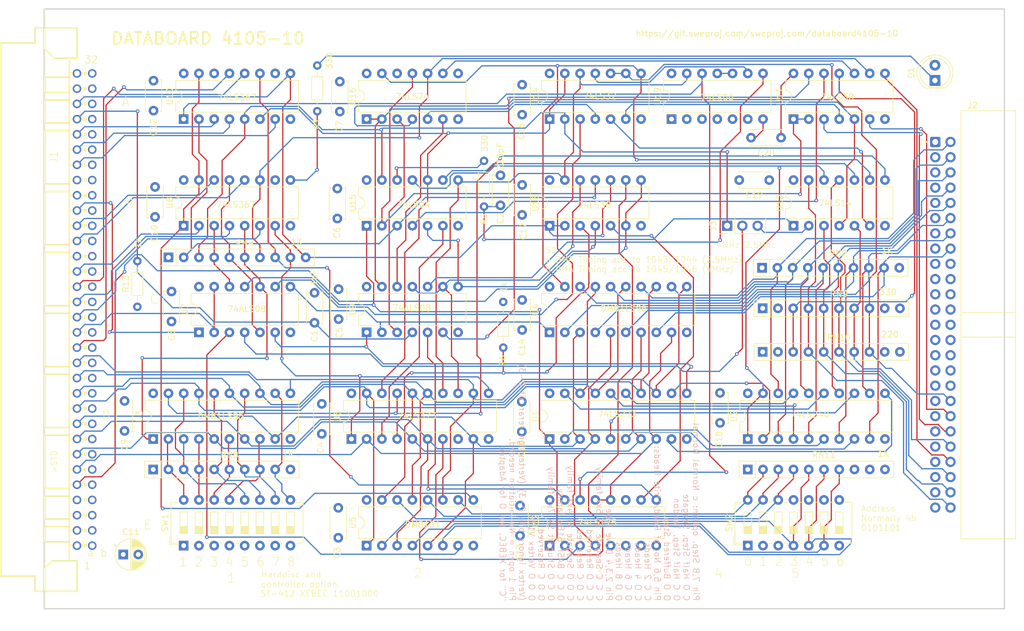
<source format=kicad_pcb>
(kicad_pcb
	(version 20240108)
	(generator "pcbnew")
	(generator_version "8.0")
	(general
		(thickness 1.6)
		(legacy_teardrops no)
	)
	(paper "A4")
	(layers
		(0 "F.Cu" signal)
		(1 "In1.Cu" signal)
		(2 "In2.Cu" signal)
		(31 "B.Cu" signal)
		(32 "B.Adhes" user "B.Adhesive")
		(33 "F.Adhes" user "F.Adhesive")
		(34 "B.Paste" user)
		(35 "F.Paste" user)
		(36 "B.SilkS" user "B.Silkscreen")
		(37 "F.SilkS" user "F.Silkscreen")
		(38 "B.Mask" user)
		(39 "F.Mask" user)
		(40 "Dwgs.User" user "User.Drawings")
		(41 "Cmts.User" user "User.Comments")
		(42 "Eco1.User" user "User.Eco1")
		(43 "Eco2.User" user "User.Eco2")
		(44 "Edge.Cuts" user)
		(45 "Margin" user)
		(46 "B.CrtYd" user "B.Courtyard")
		(47 "F.CrtYd" user "F.Courtyard")
		(48 "B.Fab" user)
		(49 "F.Fab" user)
		(50 "User.1" user)
		(51 "User.2" user)
		(52 "User.3" user)
		(53 "User.4" user)
		(54 "User.5" user)
		(55 "User.6" user)
		(56 "User.7" user)
		(57 "User.8" user)
		(58 "User.9" user)
	)
	(setup
		(stackup
			(layer "F.SilkS"
				(type "Top Silk Screen")
			)
			(layer "F.Paste"
				(type "Top Solder Paste")
			)
			(layer "F.Mask"
				(type "Top Solder Mask")
				(thickness 0.01)
			)
			(layer "F.Cu"
				(type "copper")
				(thickness 0.035)
			)
			(layer "dielectric 1"
				(type "prepreg")
				(thickness 0.1)
				(material "FR4")
				(epsilon_r 4.5)
				(loss_tangent 0.02)
			)
			(layer "In1.Cu"
				(type "copper")
				(thickness 0.035)
			)
			(layer "dielectric 2"
				(type "core")
				(thickness 1.24)
				(material "FR4")
				(epsilon_r 4.5)
				(loss_tangent 0.02)
			)
			(layer "In2.Cu"
				(type "copper")
				(thickness 0.035)
			)
			(layer "dielectric 3"
				(type "prepreg")
				(thickness 0.1)
				(material "FR4")
				(epsilon_r 4.5)
				(loss_tangent 0.02)
			)
			(layer "B.Cu"
				(type "copper")
				(thickness 0.035)
			)
			(layer "B.Mask"
				(type "Bottom Solder Mask")
				(thickness 0.01)
			)
			(layer "B.Paste"
				(type "Bottom Solder Paste")
			)
			(layer "B.SilkS"
				(type "Bottom Silk Screen")
			)
			(copper_finish "None")
			(dielectric_constraints no)
		)
		(pad_to_mask_clearance 0)
		(allow_soldermask_bridges_in_footprints no)
		(pcbplotparams
			(layerselection 0x00010fc_ffffffff)
			(plot_on_all_layers_selection 0x0000000_00000000)
			(disableapertmacros no)
			(usegerberextensions no)
			(usegerberattributes yes)
			(usegerberadvancedattributes yes)
			(creategerberjobfile yes)
			(dashed_line_dash_ratio 12.000000)
			(dashed_line_gap_ratio 3.000000)
			(svgprecision 4)
			(plotframeref no)
			(viasonmask no)
			(mode 1)
			(useauxorigin no)
			(hpglpennumber 1)
			(hpglpenspeed 20)
			(hpglpendiameter 15.000000)
			(pdf_front_fp_property_popups yes)
			(pdf_back_fp_property_popups yes)
			(dxfpolygonmode yes)
			(dxfimperialunits yes)
			(dxfusepcbnewfont yes)
			(psnegative no)
			(psa4output no)
			(plotreference yes)
			(plotvalue yes)
			(plotfptext yes)
			(plotinvisibletext no)
			(sketchpadsonfab no)
			(subtractmaskfromsilk no)
			(outputformat 1)
			(mirror no)
			(drillshape 1)
			(scaleselection 1)
			(outputdirectory "")
		)
	)
	(net 0 "")
	(net 1 "unconnected-(J2-Pin_32-Pad32)")
	(net 2 "Net-(J2-Pin_48)")
	(net 3 "Net-(J2-Pin_44)")
	(net 4 "Net-(J2-Pin_38)")
	(net 5 "unconnected-(J2-Pin_24-Pad24)")
	(net 6 "unconnected-(J2-Pin_26-Pad26)")
	(net 7 "Net-(J2-Pin_40)")
	(net 8 "Net-(J2-Pin_36)")
	(net 9 "unconnected-(J2-Pin_28-Pad28)")
	(net 10 "Net-(U1-Cp)")
	(net 11 "unconnected-(J2-Pin_30-Pad30)")
	(net 12 "Net-(U3-~{G2})")
	(net 13 "Net-(U4-~{G1})")
	(net 14 "Net-(U16B-~{R})")
	(net 15 "Net-(U10-OEb)")
	(net 16 "Net-(U6-D4)")
	(net 17 "unconnected-(J2-Pin_22-Pad22)")
	(net 18 "unconnected-(J2-Pin_34-Pad34)")
	(net 19 "/~{CS}")
	(net 20 "unconnected-(J2-Pin_18-Pad18)")
	(net 21 "/~{RST}")
	(net 22 "unconnected-(J2-Pin_20-Pad20)")
	(net 23 "/~{C3}")
	(net 24 "/~{INP}")
	(net 25 "/~{STAT}")
	(net 26 "VCC")
	(net 27 "GND")
	(net 28 "/~{PRAC}")
	(net 29 "/~{C1}")
	(net 30 "/~{OUT}")
	(net 31 "Net-(U16A-D)")
	(net 32 "Net-(D1-K)")
	(net 33 "Net-(U8-O4a)")
	(net 34 "Net-(J2-Pin_6)")
	(net 35 "Net-(J2-Pin_4)")
	(net 36 "Net-(J2-Pin_14)")
	(net 37 "Net-(J2-Pin_16)")
	(net 38 "Net-(J2-Pin_2)")
	(net 39 "Net-(J2-Pin_12)")
	(net 40 "Net-(J2-Pin_8)")
	(net 41 "Net-(J2-Pin_10)")
	(net 42 "Net-(U1-Q3)")
	(net 43 "Net-(U1-Q4)")
	(net 44 "Net-(U1-Q5)")
	(net 45 "Net-(U1-Q7)")
	(net 46 "Net-(U1-Q6)")
	(net 47 "/D2")
	(net 48 "/D4")
	(net 49 "Net-(U1-Q0)")
	(net 50 "Net-(U1-Q2)")
	(net 51 "/D7")
	(net 52 "/D6")
	(net 53 "/D3")
	(net 54 "Net-(U11-Pad13)")
	(net 55 "/D0")
	(net 56 "Net-(U1-~{Mr})")
	(net 57 "Net-(U1-Q1)")
	(net 58 "/D5")
	(net 59 "/D1")
	(net 60 "Net-(U12-Q3)")
	(net 61 "Net-(U16A-~{Q})")
	(net 62 "Net-(U16A-C)")
	(net 63 "/~{TRRQ}")
	(net 64 "/~{TREN}")
	(net 65 "Net-(U5-~{ST})")
	(net 66 "/~{CSB}")
	(net 67 "/~{R{slash}W}")
	(net 68 "/~{C4}")
	(net 69 "Net-(C2-Pad1)")
	(net 70 "Net-(U6-D1)")
	(net 71 "Net-(U12-~{Q0})")
	(net 72 "Net-(U6-D0)")
	(net 73 "Net-(U10-I3)")
	(net 74 "Net-(U6-D5)")
	(net 75 "Net-(J3-Pin_2)")
	(net 76 "Net-(U14-Pad3)")
	(net 77 "Net-(U15-Pad5)")
	(net 78 "Net-(U19-Pad8)")
	(net 79 "Net-(U10-OEa)")
	(net 80 "Net-(U11-Pad12)")
	(net 81 "Net-(U16B-Q)")
	(net 82 "Net-(U11-Pad4)")
	(net 83 "Net-(U2-OEa)")
	(net 84 "unconnected-(U12-~{Q2}-Pad11)")
	(net 85 "unconnected-(U12-~{Q1}-Pad6)")
	(net 86 "Net-(U12-Q0)")
	(net 87 "unconnected-(U12-Q1-Pad7)")
	(net 88 "Net-(U12-Q2)")
	(net 89 "unconnected-(U12-D1-Pad5)")
	(net 90 "Net-(U13-Pad6)")
	(net 91 "Net-(U13-Pad10)")
	(net 92 "Net-(U14-Pad11)")
	(net 93 "Net-(U16A-Q)")
	(net 94 "unconnected-(U16B-~{Q}-Pad8)")
	(net 95 "Net-(J3-Pin_3)")
	(net 96 "/~{INT}")
	(net 97 "Net-(U19-Pad10)")
	(net 98 "unconnected-(U19-Pad6)")
	(net 99 "unconnected-(U19-Pad3)")
	(net 100 "Net-(RN4-R4)")
	(net 101 "Net-(RN4-R8)")
	(net 102 "Net-(RN4-R6)")
	(net 103 "Net-(RN4-R5)")
	(net 104 "Net-(RN8-R1)")
	(net 105 "Net-(RN8-R4)")
	(net 106 "Net-(RN8-R7)")
	(net 107 "Net-(RN8-R5)")
	(net 108 "Net-(RN8-R6)")
	(net 109 "Net-(RN8-R8)")
	(net 110 "Net-(RN8-R3)")
	(net 111 "Net-(RN8-R2)")
	(net 112 "Net-(RN11-R3)")
	(net 113 "Net-(RN11-R1)")
	(net 114 "Net-(RN11-R2)")
	(net 115 "unconnected-(RN11-R8-Pad9)")
	(net 116 "unconnected-(RN11-R7-Pad8)")
	(net 117 "Net-(RN11-R4)")
	(net 118 "Net-(RN11-R6)")
	(net 119 "Net-(RN11-R5)")
	(net 120 "Net-(RN4-R3)")
	(net 121 "unconnected-(J1-Pin_b3-PadB3)")
	(net 122 "/rn4_10")
	(net 123 "/rn4_3")
	(net 124 "/rn4_2")
	(net 125 "/r10_4")
	(net 126 "/r10_6")
	(net 127 "/r10_7")
	(net 128 "unconnected-(RN9-R8-Pad9)")
	(net 129 "unconnected-(RN9-R1-Pad2)")
	(net 130 "unconnected-(RN10-R8-Pad9)")
	(net 131 "unconnected-(RN10-R1-Pad2)")
	(net 132 "unconnected-(RN2-R9-Pad10)")
	(net 133 "unconnected-(RN8-R9-Pad10)")
	(net 134 "unconnected-(RN9-R9-Pad10)")
	(net 135 "unconnected-(RN10-R9-Pad10)")
	(net 136 "unconnected-(RN11-R9-Pad10)")
	(net 137 "Net-(R5-Pad2)")
	(net 138 "unconnected-(J1-Pin_b13-PadB13)")
	(net 139 "unconnected-(J1-Pin_b23-PadB23)")
	(net 140 "unconnected-(J1-Pin_b14-PadB14)")
	(net 141 "unconnected-(J1-Pin_a24-PadA24)")
	(net 142 "unconnected-(J1-Pin_b5-PadB5)")
	(net 143 "unconnected-(J1-Pin_b9-PadB9)")
	(net 144 "unconnected-(J1-Pin_b19-PadB19)")
	(net 145 "unconnected-(J1-Pin_b30-PadB30)")
	(net 146 "unconnected-(J1-Pin_b21-PadB21)")
	(net 147 "unconnected-(J1-Pin_b20-PadB20)")
	(net 148 "unconnected-(J1-Pin_b32-PadB32)")
	(net 149 "unconnected-(J1-Pin_b26-PadB26)")
	(net 150 "unconnected-(J1-Pin_b11-PadB11)")
	(net 151 "unconnected-(J1-Pin_b10-PadB10)")
	(net 152 "unconnected-(J1-Pin_b24-PadB24)")
	(net 153 "unconnected-(J1-Pin_b18-PadB18)")
	(net 154 "unconnected-(J1-Pin_a32-PadA32)")
	(net 155 "unconnected-(J1-Pin_b6-PadB6)")
	(net 156 "unconnected-(J1-Pin_a1-PadA1)")
	(net 157 "unconnected-(J1-Pin_b1-PadB1)")
	(net 158 "unconnected-(J1-Pin_b4-PadB4)")
	(net 159 "unconnected-(J1-Pin_b12-PadB12)")
	(net 160 "unconnected-(J1-Pin_b15-PadB15)")
	(net 161 "unconnected-(J1-Pin_b25-PadB25)")
	(net 162 "unconnected-(J1-Pin_a25-PadA25)")
	(net 163 "unconnected-(J1-Pin_a4-PadA4)")
	(net 164 "unconnected-(J1-Pin_b16-PadB16)")
	(net 165 "unconnected-(J1-Pin_b7-PadB7)")
	(net 166 "unconnected-(J1-Pin_b28-PadB28)")
	(net 167 "unconnected-(J1-Pin_a20-PadA20)")
	(net 168 "unconnected-(J1-Pin_a3-PadA3)")
	(net 169 "unconnected-(J1-Pin_b17-PadB17)")
	(net 170 "unconnected-(J1-Pin_b8-PadB8)")
	(net 171 "unconnected-(J1-Pin_b22-PadB22)")
	(net 172 "unconnected-(J1-Pin_b27-PadB27)")
	(net 173 "unconnected-(J1-Pin_b29-PadB29)")
	(net 174 "Net-(RN10-R2)")
	(net 175 "unconnected-(SW2-Pad7)")
	(net 176 "unconnected-(SW2-Pad8)")
	(net 177 "/rn4_8")
	(net 178 "Net-(U16B-C)")
	(footprint "Package_DIP:DIP-16_W7.62mm" (layer "F.Cu") (at 83.2612 76.1492 90))
	(footprint "Resistor_THT:R_Array_SIP10" (layer "F.Cu") (at 78.1812 116.7892))
	(footprint "Package_DIP:DIP-14_W7.62mm" (layer "F.Cu") (at 144.2212 76.1492 90))
	(footprint "Capacitor_THT:C_Disc_D5.0mm_W2.5mm_P5.00mm" (layer "F.Cu") (at 109.2708 52.11 -90))
	(footprint "Package_DIP:DIP-16_W7.62mm" (layer "F.Cu") (at 83.2612 58.3692 90))
	(footprint "Resistor_THT:R_Axial_DIN0204_L3.6mm_D1.6mm_P7.62mm_Horizontal" (layer "F.Cu") (at 75.5396 89.662 90))
	(footprint "Capacitor_THT:C_Disc_D5.0mm_W2.5mm_P5.00mm" (layer "F.Cu") (at 78.232 51.9576 -90))
	(footprint "Capacitor_THT:C_Disc_D5.0mm_W2.5mm_P5.00mm" (layer "F.Cu") (at 182.7892 61.468 180))
	(footprint "Capacitor_THT:C_Disc_D5.0mm_W2.5mm_P5.00mm" (layer "F.Cu") (at 136.0424 72.7456 90))
	(footprint "Package_DIP:DIP-20_W7.62mm" (layer "F.Cu") (at 144.2212 93.9292 90))
	(footprint "Capacitor_THT:C_Disc_D5.0mm_W2.5mm_P5.00mm" (layer "F.Cu") (at 73.406 105.3592 -90))
	(footprint "Package_DIP:DIP-20_W7.62mm" (layer "F.Cu") (at 144.2212 111.7092 90))
	(footprint "Package_DIP:DIP-14_W7.62mm" (layer "F.Cu") (at 113.7412 58.3692 90))
	(footprint "Package_DIP:DIP-14_W7.62mm" (layer "F.Cu") (at 184.8612 76.1492 90))
	(footprint "Resistor_THT:R_Array_SIP10" (layer "F.Cu") (at 80.7212 81.4324))
	(footprint "Package_DIP:DIP-14_W7.62mm" (layer "F.Cu") (at 184.8612 58.3692 90))
	(footprint "Capacitor_THT:C_Disc_D5.0mm_W2.5mm_P5.00mm" (layer "F.Cu") (at 78.486 69.676 -90))
	(footprint "Package_DIP:DIP-20_W7.62mm" (layer "F.Cu") (at 111.2012 111.7092 90))
	(footprint "Capacitor_THT:C_Disc_D5.0mm_W2.5mm_P5.00mm" (layer "F.Cu") (at 139.6492 52.6288 -90))
	(footprint "Resistor_THT:R_Array_SIP10" (layer "F.Cu") (at 179.7304 89.916))
	(footprint "Package_DIP:DIP-14_W7.62mm" (layer "F.Cu") (at 164.5412 58.3692 90))
	(footprint "Capacitor_THT:C_Disc_D5.0mm_W2.5mm_P5.00mm" (layer "F.Cu") (at 109.0168 123.1792 -90))
	(footprint "Package_DIP:DIP-14_W7.62mm" (layer "F.Cu") (at 113.7412 76.1492 90))
	(footprint "Resistor_THT:R_Array_SIP10" (layer "F.Cu") (at 179.7304 97.1804))
	(footprint "Resistor_THT:R_Array_SIP10" (layer "F.Cu") (at 179.6288 83.1596))
	(footprint "Package_DIP:DIP-14_W7.62mm" (layer "F.Cu") (at 85.8012 93.9292 90))
	(footprint "Capacitor_THT:CP_Radial_D5.0mm_P2.50mm"
		(layer "F.Cu")
		(uuid "807212b6-d76e-4add-8b04-f41db56b04ed")
		(at 73.192 130.9624)
		(descr "CP, Radial series, Radial, pin pitch=2.50mm, , diameter=5mm, Electrolytic Capacitor")
		(tags "CP Radial series Radial pin pitch 2.50mm  diameter 5mm Electrolytic Capacitor")
		(property "Reference" "C11"
			(at 1.25 -3.75 0)
			(layer "F.SilkS")
			(uuid "aac6ba22-c554-452e-bdb7-09b64867eae8")
			(effects
				(font
					(size 1 1)
					(thickness 0.15)
				)
			)
		)
		(property "Value" "47uF"
			(at 1.25 3.75 0)
			(layer "F.Fab")
			(uuid "770bcbbf-cd52-4cd3-9cd8-c5f57cede8b7")
			(effects
				(font
					(size 1 1)
					(thickness 0.15)
				)
			)
		)
		(property "Footprint" "Capacitor_THT:CP_Radial_D5.0mm_P2.50mm"
			(at 0 0 0)
			(unlocked yes)
			(layer "F.Fab")
			(hide yes)
			(uuid "f015d08b-e09b-4e77-9036-d84d9549adb7")
			(effects
				(font
					(size 1.27 1.27)
					(thickness 0.15)
				)
			)
		)
		(property "Datasheet" ""
			(at 0 0 0)
			(unlocked yes)
			(layer "F.Fab")
			(hide yes)
			(uuid "cdd92070-08bd-4526-a44b-4f4fb9a7cc54")
			(effects
				(font
					(size 1.27 1.27)
					(thickness 0.15)
				)
			)
		)
		(property "Description" "Polarized capacitor, small symbol"
			(at 0 0 0)
			(unlocked yes)
			(layer "F.Fab")
			(hide yes)
			(uuid "f42eb0d1-048e-4a24-b304-45a7b9df8929")
			(effects
				(font
					(size 1.27 1.27)
					(thickness 0.15)
				)
			)
		)
		(property ki_fp_filters "CP_*")
		(path "/f3498465-5a1f-4b25-a628-4040846b0353")
		(sheetname "Root")
		(sheetfile "4680-4105.kicad_sch")
		(attr through_hole)
		(fp_line
			(start -1.554775 -1.475)
			(end -1.054775 -1.475)
			(stroke
				(width 0.12)
				(type solid)
			)
			(layer "F.SilkS")
			(uuid "5354fb41-425b-405c-aa2a-6c5cdb4dce8e")
		)
		(fp_line
			(start -1.304775 -1.725)
			(end -1.304775 -1.225)
			(stroke
				(width 0.12)
				(type solid)
			)
			(layer "F.SilkS")
			(uuid "1e1be11c-c11b-4a3b-b966-84ccda2e8cc4")
		)
		(fp_line
			(start 1.25 -2.58)
			(end 1.25 2.58)
			(stroke
				(width 0.12)
				(type solid)
			)
			(layer "F.SilkS")
			(uuid "a4a3f349-3f64-4098-b3fb-2341ecd6dcb0")
		)
		(fp_line
			(start 1.29 -2.58)
			(end 1.29 2.58)
			(stroke
				(width 0.12)
				(type solid)
			)
			(layer "F.SilkS")
			(uuid "667b4983-11cc-4046-a1e1-57a2c0681898")
		)
		(fp_line
			(start 1.33 -2.579)
			(end 1.33 2.579)
			(stroke
				(width 0.12)
				(type solid)
			)
			(layer "F.SilkS")
			(uuid "b2309d49-3a96-4f2c-bf45-a78c4e732c36")
		)
		(fp_line
			(start 1.37 -2.578)
			(end 1.37 2.578)
			(stroke
				(width 0.12)
				(type solid)
			)
			(layer "F.SilkS")
			(uuid "b086dc71-9bc6-4d03-a940-b474c397aaa1")
		)
		(fp_line
			(start 1.41 -2.576)
			(end 1.41 2.576)
			(stroke
				(width 0.12)
				(type solid)
			)
			(layer "F.SilkS")
			(uuid "b9f924af-9527-4d63-8567-26767aca599d")
		)
		(fp_line
			(start 1.45 -2.573)
			(end 1.45 2.573)
			(stroke
				(width 0.12)
				(type solid)
			)
			(layer "F.SilkS")
			(uuid "3b2552a1-96f3-445a-a600-155caf095aac")
		)
		(fp_line
			(start 1.49 -2.569)
			(end 1.49 -1.04)
			(stroke
				(width 0.12)
				(type solid)
			)
			(layer "F.SilkS")
			(uuid "11c0e19c-3c1d-4fd0-9298-bb7b8b1f24e7")
		)
		(fp_line
			(start 1.49 1.04)
			(end 1.49 2.569)
			(stroke
				(width 0.12)
				(type solid)
			)
			(layer "F.SilkS")
			(uuid "5b0557ed-c33a-4634-ae66-dc40338bbce5")
		)
		(fp_line
			(start 1.53 -2.565)
			(end 1.53 -1.04)
			(stroke
				(width 0.12)
				(type solid)
			)
			(layer "F.SilkS")
			(uuid "b41473b1-55e4-4afa-a45f-87c1631441cc")
		)
		(fp_line
			(start 1.53 1.04)
			(end 1.53 2.565)
			(stroke
				(width 0.12)
				(type solid)
			)
			(layer "F.SilkS")
			(uuid "3be51b44-fe9a-4f49-9da1-e0a632845a30")
		)
		(fp_line
			(start 1.57 -2.561)
			(end 1.57 -1.04)
			(stroke
				(width 0.12)
				(type solid)
			)
			(layer "F.SilkS")
			(uuid "b77722b0-2927-467e-9b5d-7f2d7525a610")
		)
		(fp_line
			(start 1.57 1.04)
			(end 1.57 2.561)
			(stroke
				(width 0.12)
				(type solid)
			)
			(layer "F.SilkS")
			(uuid "e72a8994-6cab-4bf3-8c72-61bfcd995c06")
		)
		(fp_line
			(start 1.61 -2.556)
			(end 1.61 -1.04)
			(stroke
				(width 0.12)
				(type solid)
			)
			(layer "F.SilkS")
			(uuid "0593f4ed-2ea1-4adb-80ce-428474b860d0")
		)
		(fp_line
			(start 1.61 1.04)
			(end 1.61 2.556)
			(stroke
				(width 0.12)
				(type solid)
			)
			(layer "F.SilkS")
			(uuid "eba72feb-2da4-46e7-8734-008e5cf7a83f")
		)
		(fp_line
			(start 1.65 -2.55)
			(end 1.65 -1.04)
			(stroke
				(width 0.12)
				(type solid)
			)
			(layer "F.SilkS")
			(uuid "dbe07b9c-8b4e-4deb-b750-9f74719ca594")
		)
		(fp_line
			(start 1.65 1.04)
			(end 1.65 2.55)
			(stroke
				(width 0.12)
				(type solid)
			)
			(layer "F.SilkS")
			(uuid "cbbd64d9-6e3e-4547-90c0-9d504832379f")
		)
		(fp_line
			(start 1.69 -2.543)
			(end 1.69 -1.04)
			(stroke
				(width 0.12)
				(type solid)
			)
			(layer "F.SilkS")
			(uuid "294d6b03-a98c-4881-9959-18f1270d23e5")
		)
		(fp_line
			(start 1.69 1.04)
			(end 1.69 2.543)
			(stroke
				(width 0.12)
				(type solid)
			)
			(layer "F.SilkS")
			(uuid "b1640257-813c-4ff0-b176-c54787e309a8")
		)
		(fp_line
			(start 1.73 -2.536)
			(end 1.73 -1.04)
			(stroke
				(width 0.12)
				(type solid)
			)
			(layer "F.SilkS")
			(uuid "879fb981-eb75-452d-ad12-102be1e2b59e")
		)
		(fp_line
			(start 1.73 1.04)
			(end 1.73 2.536)
			(stroke
				(width 0.12)
				(type solid)
			)
			(layer "F.SilkS")
			(uuid "f70d4e21-2995-4b42-a66f-1d180bda201c")
		)
		(fp_line
			(start 1.77 -2.528)
			(end 1.77 -1.04)
			(stroke
				(width 0.12)
				(type solid)
			)
			(layer "F.SilkS")
			(uuid "df16a672-b0ab-4926-97f3-899de27222df")
		)
		(fp_line
			(start 1.77 1.04)
			(end 1.77 2.528)
			(stroke
				(width 0.12)
				(type solid)
			)
			(layer "F.SilkS")
			(uuid "2037b11e-abf8-46f6-bd07-e76dbcb84346")
		)
		(fp_line
			(start 1.81 -2.52)
			(end 1.81 -1.04)
			(stroke
				(width 0.12)
				(type solid)
			)
			(layer "F.SilkS")
			(uuid "90a896d3-0560-4902-893d-c8aa2e53d6d4")
		)
		(fp_line
			(start 1.81 1.04)
			(end 1.81 2.52)
			(stroke
				(width 0.12)
				(type solid)
			)
			(layer "F.SilkS")
			(uuid "11e6598f-d2db-4463-a968-4eefe31c3bce")
		)
		(fp_line
			(start 1.85 -2.511)
			(end 1.85 -1.04)
			(stroke
				(width 0.12)
				(type solid)
			)
			(layer "F.SilkS")
			(uuid "af3777dc-7d6a-4b76-ab8e-92e9e34feefd")
		)
		(fp_line
			(start 1.85 1.04)
			(end 1.85 2.511)
			(stroke
				(width 0.12)
				(type solid)
			)
			(layer "F.SilkS")
			(uuid "47d39f74-0b55-46f1-8b80-ef1d99f88181")
		)
		(fp_line
			(start 1.89 -2.501)
			(end 1.89 -1.04)
			(stroke
				(width 0.12)
				(type solid)
			)
			(layer "F.SilkS")
			(uuid "58f0d9e4-24f5-4a11-800b-1f31440a3b75")
		)
		(fp_line
			(start 1.89 1.04)
			(end 1.89 2.501)
			(stroke
				(width 0.12)
				(type solid)
			)
			(layer "F.SilkS")
			(uuid "67de5794-8601-4bf0-ac39-2f8361070bed")
		)
		(fp_line
			(start 1.93 -2.491)
			(end 1.93 -1.04)
			(stroke
				(width 0.12)
				(type solid)
			)
			(layer "F.SilkS")
			(uuid "191be62c-ded7-492f-8bf4-e90063168597")
		)
		(fp_line
			(start 1.93 1.04)
			(end 1.93 2.491)
			(stroke
				(width 0.12)
				(type solid)
			)
			(layer "F.SilkS")
			(uuid "34dbfcbc-d984-4ef1-a5a6-f0bf37c43a4c")
		)
		(fp_line
			(start 1.971 -2.48)
			(end 1.971 -1.04)
			(stroke
				(width 0.12)
				(type solid)
			)
			(layer "F.SilkS")
			(uuid "1f972e35-1f81-4861-91a7-cbd8e142e6ef")
		)
		(fp_line
			(start 1.971 1.04)
			(end 1.971 2.48)
			(stroke
				(width 0.12)
				(type solid)
			)
			(layer "F.SilkS")
			(uuid "667a1ec7-d6c3-4653-b71d-1f125b13f9c0")
		)
		(fp_line
			(start 2.011 -2.468)
			(end 2.011 -1.04)
			(stroke
				(width 0.12)
				(type solid)
			)
			(layer "F.SilkS")
			(uuid "93962659-cad7-4843-b40f-ac3f26fa08f2")
		)
		(fp_line
			(start 2.011 1.04)
			(end 2.011 2.468)
			(stroke
				(width 0.12)
				(type solid)
			)
			(layer "F.SilkS")
			(uuid "6ed32db6-fb2b-4c70-95c1-c416b82b9a42")
		)
		(fp_line
			(start 2.051 -2.455)
			(end 2.051 -1.04)
			(stroke
				(width 0.12)
				(type solid)
			)
			(layer "F.SilkS")
			(uuid "0b141cd4-5708-416d-8998-18c29eae4e43")
		)
		(fp_line
			(start 2.051 1.04)
			(end 2.051 2.455)
			(stroke
				(width 0.12)
				(type solid)
			)
			(layer "F.SilkS")
			(uuid "6cc05d5a-f1d2-4f01-ae4a-0a34587d972b")
		)
		(fp_line
			(start 2.091 
... [2362936 chars truncated]
</source>
